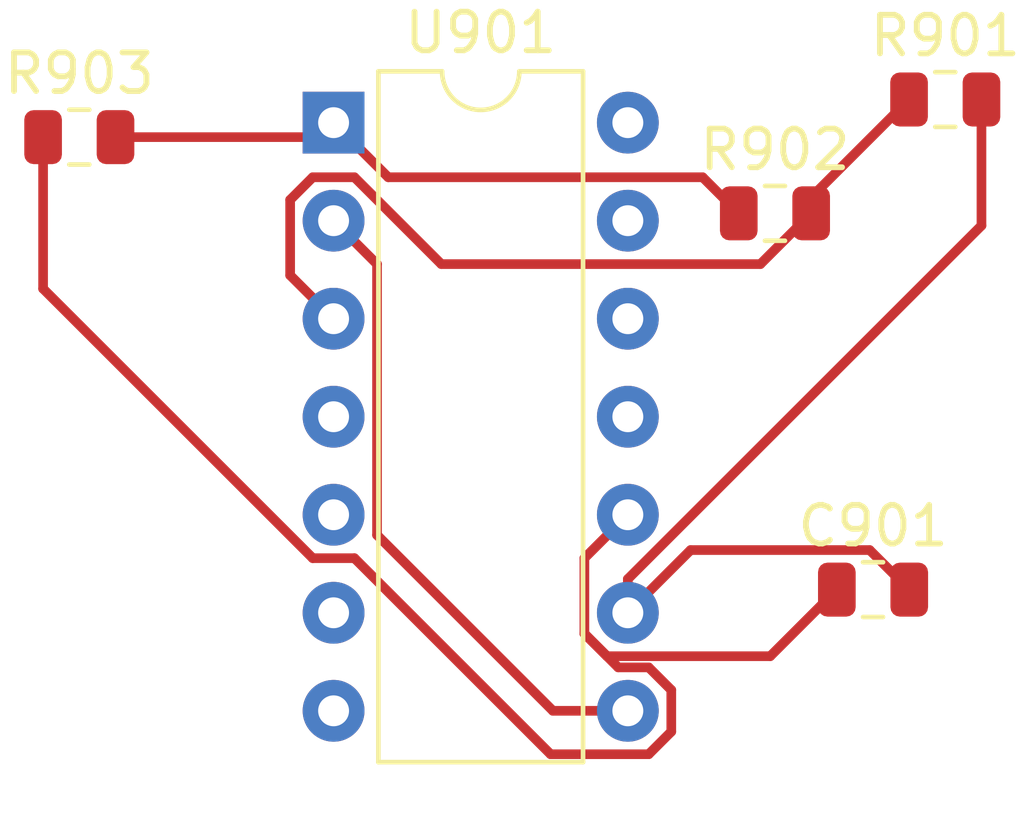
<source format=kicad_pcb>
(kicad_pcb (version 20171130) (host pcbnew "(5.1.6-0-10_14)")

  (general
    (thickness 1.6)
    (drawings 0)
    (tracks 39)
    (zones 0)
    (modules 5)
    (nets 14)
  )

  (page A4)
  (layers
    (0 F.Cu signal)
    (31 B.Cu signal)
    (32 B.Adhes user)
    (33 F.Adhes user)
    (34 B.Paste user)
    (35 F.Paste user)
    (36 B.SilkS user)
    (37 F.SilkS user)
    (38 B.Mask user)
    (39 F.Mask user)
    (40 Dwgs.User user)
    (41 Cmts.User user)
    (42 Eco1.User user)
    (43 Eco2.User user)
    (44 Edge.Cuts user)
    (45 Margin user)
    (46 B.CrtYd user)
    (47 F.CrtYd user)
    (48 B.Fab user)
    (49 F.Fab user)
  )

  (setup
    (last_trace_width 0.25)
    (trace_clearance 0.2)
    (zone_clearance 0.508)
    (zone_45_only no)
    (trace_min 0.2)
    (via_size 0.8)
    (via_drill 0.4)
    (via_min_size 0.4)
    (via_min_drill 0.3)
    (uvia_size 0.3)
    (uvia_drill 0.1)
    (uvias_allowed no)
    (uvia_min_size 0.2)
    (uvia_min_drill 0.1)
    (edge_width 0.05)
    (segment_width 0.2)
    (pcb_text_width 0.3)
    (pcb_text_size 1.5 1.5)
    (mod_edge_width 0.12)
    (mod_text_size 1 1)
    (mod_text_width 0.15)
    (pad_size 1.524 1.524)
    (pad_drill 0.762)
    (pad_to_mask_clearance 0.05)
    (aux_axis_origin 0 0)
    (visible_elements FFFFFF7F)
    (pcbplotparams
      (layerselection 0x010fc_ffffffff)
      (usegerberextensions false)
      (usegerberattributes true)
      (usegerberadvancedattributes true)
      (creategerberjobfile true)
      (excludeedgelayer true)
      (linewidth 0.100000)
      (plotframeref false)
      (viasonmask false)
      (mode 1)
      (useauxorigin false)
      (hpglpennumber 1)
      (hpglpenspeed 20)
      (hpglpendiameter 15.000000)
      (psnegative false)
      (psa4output false)
      (plotreference true)
      (plotvalue true)
      (plotinvisibletext false)
      (padsonsilk false)
      (subtractmaskfromsilk false)
      (outputformat 1)
      (mirror false)
      (drillshape 1)
      (scaleselection 1)
      (outputdirectory ""))
  )

  (net 0 "")
  (net 1 GND)
  (net 2 "Net-(C901-Pad1)")
  (net 3 "Net-(R901-Pad1)")
  (net 4 /sq1)
  (net 5 "Net-(U901-Pad14)")
  (net 6 "Net-(U901-Pad7)")
  (net 7 "Net-(U901-Pad13)")
  (net 8 "Net-(U901-Pad6)")
  (net 9 "Net-(U901-Pad12)")
  (net 10 "Net-(U901-Pad5)")
  (net 11 "Net-(U901-Pad11)")
  (net 12 "Net-(U901-Pad4)")
  (net 13 /tri1)

  (net_class Default "This is the default net class."
    (clearance 0.2)
    (trace_width 0.25)
    (via_dia 0.8)
    (via_drill 0.4)
    (uvia_dia 0.3)
    (uvia_drill 0.1)
    (add_net /sq1)
    (add_net /tri1)
    (add_net GND)
    (add_net "Net-(C901-Pad1)")
    (add_net "Net-(R901-Pad1)")
    (add_net "Net-(U901-Pad11)")
    (add_net "Net-(U901-Pad12)")
    (add_net "Net-(U901-Pad13)")
    (add_net "Net-(U901-Pad14)")
    (add_net "Net-(U901-Pad4)")
    (add_net "Net-(U901-Pad5)")
    (add_net "Net-(U901-Pad6)")
    (add_net "Net-(U901-Pad7)")
  )

  (module Resistor_SMD:R_0805_2012Metric (layer F.Cu) (tedit 5B36C52B) (tstamp 6075736B)
    (at 59.455001 59.395001)
    (descr "Resistor SMD 0805 (2012 Metric), square (rectangular) end terminal, IPC_7351 nominal, (Body size source: https://docs.google.com/spreadsheets/d/1BsfQQcO9C6DZCsRaXUlFlo91Tg2WpOkGARC1WS5S8t0/edit?usp=sharing), generated with kicad-footprint-generator")
    (tags resistor)
    (path /606A4E78)
    (attr smd)
    (fp_text reference R903 (at 0 -1.65) (layer F.SilkS)
      (effects (font (size 1 1) (thickness 0.15)))
    )
    (fp_text value 10k (at 0 1.65) (layer F.Fab)
      (effects (font (size 1 1) (thickness 0.15)))
    )
    (fp_text user %R (at 0 0) (layer F.Fab)
      (effects (font (size 0.5 0.5) (thickness 0.08)))
    )
    (fp_line (start -1 0.6) (end -1 -0.6) (layer F.Fab) (width 0.1))
    (fp_line (start -1 -0.6) (end 1 -0.6) (layer F.Fab) (width 0.1))
    (fp_line (start 1 -0.6) (end 1 0.6) (layer F.Fab) (width 0.1))
    (fp_line (start 1 0.6) (end -1 0.6) (layer F.Fab) (width 0.1))
    (fp_line (start -0.258578 -0.71) (end 0.258578 -0.71) (layer F.SilkS) (width 0.12))
    (fp_line (start -0.258578 0.71) (end 0.258578 0.71) (layer F.SilkS) (width 0.12))
    (fp_line (start -1.68 0.95) (end -1.68 -0.95) (layer F.CrtYd) (width 0.05))
    (fp_line (start -1.68 -0.95) (end 1.68 -0.95) (layer F.CrtYd) (width 0.05))
    (fp_line (start 1.68 -0.95) (end 1.68 0.95) (layer F.CrtYd) (width 0.05))
    (fp_line (start 1.68 0.95) (end -1.68 0.95) (layer F.CrtYd) (width 0.05))
    (pad 2 smd roundrect (at 0.9375 0) (size 0.975 1.4) (layers F.Cu F.Paste F.Mask) (roundrect_rratio 0.25)
      (net 4 /sq1))
    (pad 1 smd roundrect (at -0.9375 0) (size 0.975 1.4) (layers F.Cu F.Paste F.Mask) (roundrect_rratio 0.25)
      (net 2 "Net-(C901-Pad1)"))
    (model ${KISYS3DMOD}/Resistor_SMD.3dshapes/R_0805_2012Metric.wrl
      (at (xyz 0 0 0))
      (scale (xyz 1 1 1))
      (rotate (xyz 0 0 0))
    )
  )

  (module Capacitor_SMD:C_0805_2012Metric (layer F.Cu) (tedit 5B36C52B) (tstamp 6075731A)
    (at 80.01 71.12)
    (descr "Capacitor SMD 0805 (2012 Metric), square (rectangular) end terminal, IPC_7351 nominal, (Body size source: https://docs.google.com/spreadsheets/d/1BsfQQcO9C6DZCsRaXUlFlo91Tg2WpOkGARC1WS5S8t0/edit?usp=sharing), generated with kicad-footprint-generator")
    (tags capacitor)
    (path /60693A0B)
    (attr smd)
    (fp_text reference C901 (at 0 -1.65) (layer F.SilkS)
      (effects (font (size 1 1) (thickness 0.15)))
    )
    (fp_text value 100n (at 0 1.65) (layer F.Fab)
      (effects (font (size 1 1) (thickness 0.15)))
    )
    (fp_text user %R (at 0 0) (layer F.Fab)
      (effects (font (size 0.5 0.5) (thickness 0.08)))
    )
    (fp_line (start -1 0.6) (end -1 -0.6) (layer F.Fab) (width 0.1))
    (fp_line (start -1 -0.6) (end 1 -0.6) (layer F.Fab) (width 0.1))
    (fp_line (start 1 -0.6) (end 1 0.6) (layer F.Fab) (width 0.1))
    (fp_line (start 1 0.6) (end -1 0.6) (layer F.Fab) (width 0.1))
    (fp_line (start -0.258578 -0.71) (end 0.258578 -0.71) (layer F.SilkS) (width 0.12))
    (fp_line (start -0.258578 0.71) (end 0.258578 0.71) (layer F.SilkS) (width 0.12))
    (fp_line (start -1.68 0.95) (end -1.68 -0.95) (layer F.CrtYd) (width 0.05))
    (fp_line (start -1.68 -0.95) (end 1.68 -0.95) (layer F.CrtYd) (width 0.05))
    (fp_line (start 1.68 -0.95) (end 1.68 0.95) (layer F.CrtYd) (width 0.05))
    (fp_line (start 1.68 0.95) (end -1.68 0.95) (layer F.CrtYd) (width 0.05))
    (pad 2 smd roundrect (at 0.9375 0) (size 0.975 1.4) (layers F.Cu F.Paste F.Mask) (roundrect_rratio 0.25)
      (net 1 GND))
    (pad 1 smd roundrect (at -0.9375 0) (size 0.975 1.4) (layers F.Cu F.Paste F.Mask) (roundrect_rratio 0.25)
      (net 2 "Net-(C901-Pad1)"))
    (model ${KISYS3DMOD}/Capacitor_SMD.3dshapes/C_0805_2012Metric.wrl
      (at (xyz 0 0 0))
      (scale (xyz 1 1 1))
      (rotate (xyz 0 0 0))
    )
  )

  (module Resistor_SMD:R_0805_2012Metric (layer F.Cu) (tedit 5B36C52B) (tstamp 60756D61)
    (at 77.47 61.37)
    (descr "Resistor SMD 0805 (2012 Metric), square (rectangular) end terminal, IPC_7351 nominal, (Body size source: https://docs.google.com/spreadsheets/d/1BsfQQcO9C6DZCsRaXUlFlo91Tg2WpOkGARC1WS5S8t0/edit?usp=sharing), generated with kicad-footprint-generator")
    (tags resistor)
    (path /60690B76)
    (attr smd)
    (fp_text reference R902 (at 0 -1.65) (layer F.SilkS)
      (effects (font (size 1 1) (thickness 0.15)))
    )
    (fp_text value 10k (at 0 1.65) (layer F.Fab)
      (effects (font (size 1 1) (thickness 0.15)))
    )
    (fp_line (start -1 0.6) (end -1 -0.6) (layer F.Fab) (width 0.1))
    (fp_line (start -1 -0.6) (end 1 -0.6) (layer F.Fab) (width 0.1))
    (fp_line (start 1 -0.6) (end 1 0.6) (layer F.Fab) (width 0.1))
    (fp_line (start 1 0.6) (end -1 0.6) (layer F.Fab) (width 0.1))
    (fp_line (start -0.258578 -0.71) (end 0.258578 -0.71) (layer F.SilkS) (width 0.12))
    (fp_line (start -0.258578 0.71) (end 0.258578 0.71) (layer F.SilkS) (width 0.12))
    (fp_line (start -1.68 0.95) (end -1.68 -0.95) (layer F.CrtYd) (width 0.05))
    (fp_line (start -1.68 -0.95) (end 1.68 -0.95) (layer F.CrtYd) (width 0.05))
    (fp_line (start 1.68 -0.95) (end 1.68 0.95) (layer F.CrtYd) (width 0.05))
    (fp_line (start 1.68 0.95) (end -1.68 0.95) (layer F.CrtYd) (width 0.05))
    (fp_text user %R (at 0 0) (layer F.Fab)
      (effects (font (size 0.5 0.5) (thickness 0.08)))
    )
    (pad 2 smd roundrect (at 0.9375 0) (size 0.975 1.4) (layers F.Cu F.Paste F.Mask) (roundrect_rratio 0.25)
      (net 3 "Net-(R901-Pad1)"))
    (pad 1 smd roundrect (at -0.9375 0) (size 0.975 1.4) (layers F.Cu F.Paste F.Mask) (roundrect_rratio 0.25)
      (net 4 /sq1))
    (model ${KISYS3DMOD}/Resistor_SMD.3dshapes/R_0805_2012Metric.wrl
      (at (xyz 0 0 0))
      (scale (xyz 1 1 1))
      (rotate (xyz 0 0 0))
    )
  )

  (module Package_DIP:DIP-14_W7.62mm (layer F.Cu) (tedit 5A02E8C5) (tstamp 60756D94)
    (at 66.04 59.02)
    (descr "14-lead though-hole mounted DIP package, row spacing 7.62 mm (300 mils)")
    (tags "THT DIP DIL PDIP 2.54mm 7.62mm 300mil")
    (path /60689410)
    (fp_text reference U901 (at 3.81 -2.33) (layer F.SilkS)
      (effects (font (size 1 1) (thickness 0.15)))
    )
    (fp_text value LM324 (at 3.81 17.57) (layer F.Fab)
      (effects (font (size 1 1) (thickness 0.15)))
    )
    (fp_line (start 1.635 -1.27) (end 6.985 -1.27) (layer F.Fab) (width 0.1))
    (fp_line (start 6.985 -1.27) (end 6.985 16.51) (layer F.Fab) (width 0.1))
    (fp_line (start 6.985 16.51) (end 0.635 16.51) (layer F.Fab) (width 0.1))
    (fp_line (start 0.635 16.51) (end 0.635 -0.27) (layer F.Fab) (width 0.1))
    (fp_line (start 0.635 -0.27) (end 1.635 -1.27) (layer F.Fab) (width 0.1))
    (fp_line (start 2.81 -1.33) (end 1.16 -1.33) (layer F.SilkS) (width 0.12))
    (fp_line (start 1.16 -1.33) (end 1.16 16.57) (layer F.SilkS) (width 0.12))
    (fp_line (start 1.16 16.57) (end 6.46 16.57) (layer F.SilkS) (width 0.12))
    (fp_line (start 6.46 16.57) (end 6.46 -1.33) (layer F.SilkS) (width 0.12))
    (fp_line (start 6.46 -1.33) (end 4.81 -1.33) (layer F.SilkS) (width 0.12))
    (fp_line (start -1.1 -1.55) (end -1.1 16.8) (layer F.CrtYd) (width 0.05))
    (fp_line (start -1.1 16.8) (end 8.7 16.8) (layer F.CrtYd) (width 0.05))
    (fp_line (start 8.7 16.8) (end 8.7 -1.55) (layer F.CrtYd) (width 0.05))
    (fp_line (start 8.7 -1.55) (end -1.1 -1.55) (layer F.CrtYd) (width 0.05))
    (fp_text user %R (at 3.81 7.62) (layer F.Fab)
      (effects (font (size 1 1) (thickness 0.15)))
    )
    (fp_arc (start 3.81 -1.33) (end 2.81 -1.33) (angle -180) (layer F.SilkS) (width 0.12))
    (pad 14 thru_hole oval (at 7.62 0) (size 1.6 1.6) (drill 0.8) (layers *.Cu *.Mask)
      (net 5 "Net-(U901-Pad14)"))
    (pad 7 thru_hole oval (at 0 15.24) (size 1.6 1.6) (drill 0.8) (layers *.Cu *.Mask)
      (net 6 "Net-(U901-Pad7)"))
    (pad 13 thru_hole oval (at 7.62 2.54) (size 1.6 1.6) (drill 0.8) (layers *.Cu *.Mask)
      (net 7 "Net-(U901-Pad13)"))
    (pad 6 thru_hole oval (at 0 12.7) (size 1.6 1.6) (drill 0.8) (layers *.Cu *.Mask)
      (net 8 "Net-(U901-Pad6)"))
    (pad 12 thru_hole oval (at 7.62 5.08) (size 1.6 1.6) (drill 0.8) (layers *.Cu *.Mask)
      (net 9 "Net-(U901-Pad12)"))
    (pad 5 thru_hole oval (at 0 10.16) (size 1.6 1.6) (drill 0.8) (layers *.Cu *.Mask)
      (net 10 "Net-(U901-Pad5)"))
    (pad 11 thru_hole oval (at 7.62 7.62) (size 1.6 1.6) (drill 0.8) (layers *.Cu *.Mask)
      (net 11 "Net-(U901-Pad11)"))
    (pad 4 thru_hole oval (at 0 7.62) (size 1.6 1.6) (drill 0.8) (layers *.Cu *.Mask)
      (net 12 "Net-(U901-Pad4)"))
    (pad 10 thru_hole oval (at 7.62 10.16) (size 1.6 1.6) (drill 0.8) (layers *.Cu *.Mask)
      (net 2 "Net-(C901-Pad1)"))
    (pad 3 thru_hole oval (at 0 5.08) (size 1.6 1.6) (drill 0.8) (layers *.Cu *.Mask)
      (net 3 "Net-(R901-Pad1)"))
    (pad 9 thru_hole oval (at 7.62 12.7) (size 1.6 1.6) (drill 0.8) (layers *.Cu *.Mask)
      (net 1 GND))
    (pad 2 thru_hole oval (at 0 2.54) (size 1.6 1.6) (drill 0.8) (layers *.Cu *.Mask)
      (net 13 /tri1))
    (pad 8 thru_hole oval (at 7.62 15.24) (size 1.6 1.6) (drill 0.8) (layers *.Cu *.Mask)
      (net 13 /tri1))
    (pad 1 thru_hole rect (at 0 0) (size 1.6 1.6) (drill 0.8) (layers *.Cu *.Mask)
      (net 4 /sq1))
    (model ${KISYS3DMOD}/Package_DIP.3dshapes/DIP-14_W7.62mm.wrl
      (at (xyz 0 0 0))
      (scale (xyz 1 1 1))
      (rotate (xyz 0 0 0))
    )
  )

  (module Resistor_SMD:R_0805_2012Metric (layer F.Cu) (tedit 5B36C52B) (tstamp 60756D50)
    (at 81.88 58.42)
    (descr "Resistor SMD 0805 (2012 Metric), square (rectangular) end terminal, IPC_7351 nominal, (Body size source: https://docs.google.com/spreadsheets/d/1BsfQQcO9C6DZCsRaXUlFlo91Tg2WpOkGARC1WS5S8t0/edit?usp=sharing), generated with kicad-footprint-generator")
    (tags resistor)
    (path /606916FA)
    (attr smd)
    (fp_text reference R901 (at 0 -1.65) (layer F.SilkS)
      (effects (font (size 1 1) (thickness 0.15)))
    )
    (fp_text value 10k (at 0 1.65) (layer F.Fab)
      (effects (font (size 1 1) (thickness 0.15)))
    )
    (fp_line (start -1 0.6) (end -1 -0.6) (layer F.Fab) (width 0.1))
    (fp_line (start -1 -0.6) (end 1 -0.6) (layer F.Fab) (width 0.1))
    (fp_line (start 1 -0.6) (end 1 0.6) (layer F.Fab) (width 0.1))
    (fp_line (start 1 0.6) (end -1 0.6) (layer F.Fab) (width 0.1))
    (fp_line (start -0.258578 -0.71) (end 0.258578 -0.71) (layer F.SilkS) (width 0.12))
    (fp_line (start -0.258578 0.71) (end 0.258578 0.71) (layer F.SilkS) (width 0.12))
    (fp_line (start -1.68 0.95) (end -1.68 -0.95) (layer F.CrtYd) (width 0.05))
    (fp_line (start -1.68 -0.95) (end 1.68 -0.95) (layer F.CrtYd) (width 0.05))
    (fp_line (start 1.68 -0.95) (end 1.68 0.95) (layer F.CrtYd) (width 0.05))
    (fp_line (start 1.68 0.95) (end -1.68 0.95) (layer F.CrtYd) (width 0.05))
    (fp_text user %R (at 0 0) (layer F.Fab)
      (effects (font (size 0.5 0.5) (thickness 0.08)))
    )
    (pad 2 smd roundrect (at 0.9375 0) (size 0.975 1.4) (layers F.Cu F.Paste F.Mask) (roundrect_rratio 0.25)
      (net 1 GND))
    (pad 1 smd roundrect (at -0.9375 0) (size 0.975 1.4) (layers F.Cu F.Paste F.Mask) (roundrect_rratio 0.25)
      (net 3 "Net-(R901-Pad1)"))
    (model ${KISYS3DMOD}/Resistor_SMD.3dshapes/R_0805_2012Metric.wrl
      (at (xyz 0 0 0))
      (scale (xyz 1 1 1))
      (rotate (xyz 0 0 0))
    )
  )

  (segment (start 73.66 70.845002) (end 73.66 71.72) (width 0.25) (layer F.Cu) (net 1))
  (segment (start 82.8175 61.687502) (end 73.66 70.845002) (width 0.25) (layer F.Cu) (net 1))
  (segment (start 82.8175 58.42) (end 82.8175 61.687502) (width 0.25) (layer F.Cu) (net 1))
  (segment (start 75.28501 70.09499) (end 73.66 71.72) (width 0.25) (layer F.Cu) (net 1))
  (segment (start 79.92249 70.09499) (end 75.28501 70.09499) (width 0.25) (layer F.Cu) (net 1))
  (segment (start 80.9475 71.12) (end 79.92249 70.09499) (width 0.25) (layer F.Cu) (net 1))
  (segment (start 73.119999 72.845001) (end 72.534999 72.260001) (width 0.25) (layer F.Cu) (net 2))
  (segment (start 77.347499 72.845001) (end 73.119999 72.845001) (width 0.25) (layer F.Cu) (net 2))
  (segment (start 79.0725 71.12) (end 77.347499 72.845001) (width 0.25) (layer F.Cu) (net 2))
  (segment (start 72.534999 72.260001) (end 72.534999 70.305001) (width 0.25) (layer F.Cu) (net 2))
  (segment (start 73.409997 73.134999) (end 72.534999 72.260001) (width 0.25) (layer F.Cu) (net 2))
  (segment (start 74.200001 73.134999) (end 73.409997 73.134999) (width 0.25) (layer F.Cu) (net 2))
  (segment (start 74.785001 73.719999) (end 74.200001 73.134999) (width 0.25) (layer F.Cu) (net 2))
  (segment (start 72.534999 70.305001) (end 73.66 69.18) (width 0.25) (layer F.Cu) (net 2))
  (segment (start 74.200001 75.385001) (end 74.785001 74.800001) (width 0.25) (layer F.Cu) (net 2))
  (segment (start 74.785001 74.800001) (end 74.785001 73.719999) (width 0.25) (layer F.Cu) (net 2))
  (segment (start 71.660001 75.385001) (end 74.200001 75.385001) (width 0.25) (layer F.Cu) (net 2))
  (segment (start 66.580001 70.305001) (end 71.660001 75.385001) (width 0.25) (layer F.Cu) (net 2))
  (segment (start 65.499999 70.305001) (end 66.580001 70.305001) (width 0.25) (layer F.Cu) (net 2))
  (segment (start 58.517501 63.322503) (end 65.499999 70.305001) (width 0.25) (layer F.Cu) (net 2))
  (segment (start 58.517501 59.395001) (end 58.517501 63.322503) (width 0.25) (layer F.Cu) (net 2))
  (segment (start 64.914999 62.974999) (end 66.04 64.1) (width 0.25) (layer F.Cu) (net 3))
  (segment (start 66.580001 60.434999) (end 65.499999 60.434999) (width 0.25) (layer F.Cu) (net 3))
  (segment (start 68.830003 62.685001) (end 66.580001 60.434999) (width 0.25) (layer F.Cu) (net 3))
  (segment (start 64.914999 61.019999) (end 64.914999 62.974999) (width 0.25) (layer F.Cu) (net 3))
  (segment (start 77.092499 62.685001) (end 68.830003 62.685001) (width 0.25) (layer F.Cu) (net 3))
  (segment (start 65.499999 60.434999) (end 64.914999 61.019999) (width 0.25) (layer F.Cu) (net 3))
  (segment (start 78.4075 61.37) (end 77.092499 62.685001) (width 0.25) (layer F.Cu) (net 3))
  (segment (start 78.4075 60.955) (end 78.4075 61.37) (width 0.25) (layer F.Cu) (net 3))
  (segment (start 80.9425 58.42) (end 78.4075 60.955) (width 0.25) (layer F.Cu) (net 3))
  (segment (start 75.597499 60.434999) (end 67.454999 60.434999) (width 0.25) (layer F.Cu) (net 4))
  (segment (start 76.5325 61.37) (end 75.597499 60.434999) (width 0.25) (layer F.Cu) (net 4))
  (segment (start 67.454999 60.434999) (end 66.04 59.02) (width 0.25) (layer F.Cu) (net 4))
  (segment (start 65.664999 59.395001) (end 66.04 59.02) (width 0.25) (layer F.Cu) (net 4))
  (segment (start 60.392501 59.395001) (end 65.664999 59.395001) (width 0.25) (layer F.Cu) (net 4))
  (segment (start 67.165001 62.685001) (end 67.165001 69.705001) (width 0.25) (layer F.Cu) (net 13))
  (segment (start 66.04 61.56) (end 67.165001 62.685001) (width 0.25) (layer F.Cu) (net 13))
  (segment (start 71.72 74.26) (end 73.66 74.26) (width 0.25) (layer F.Cu) (net 13))
  (segment (start 67.165001 69.705001) (end 71.72 74.26) (width 0.25) (layer F.Cu) (net 13))

)

</source>
